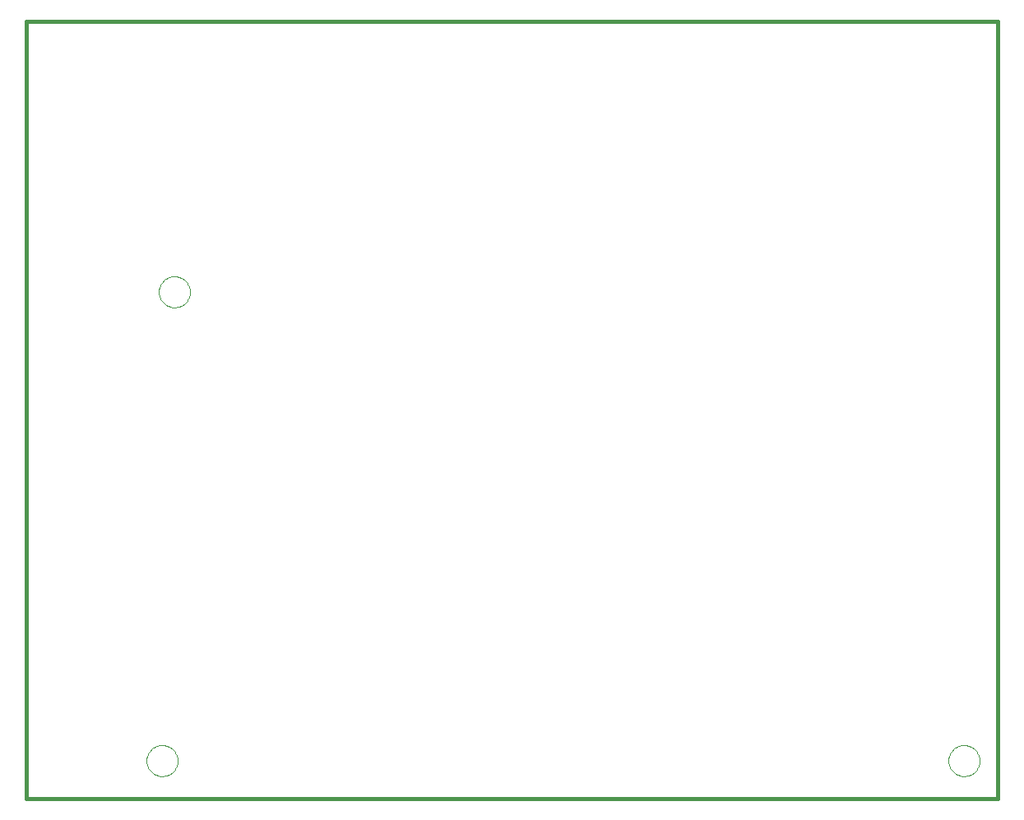
<source format=gbp>
G75*
G70*
%OFA0B0*%
%FSLAX24Y24*%
%IPPOS*%
%LPD*%
%AMOC8*
5,1,8,0,0,1.08239X$1,22.5*
%
%ADD10C,0.0160*%
%ADD11C,0.0000*%
D10*
X001915Y000695D02*
X001915Y032191D01*
X041285Y032191D01*
X041285Y000695D01*
X001915Y000695D01*
D11*
X006785Y002227D02*
X006787Y002277D01*
X006793Y002327D01*
X006803Y002376D01*
X006817Y002424D01*
X006834Y002471D01*
X006855Y002516D01*
X006880Y002560D01*
X006908Y002601D01*
X006940Y002640D01*
X006974Y002677D01*
X007011Y002711D01*
X007051Y002741D01*
X007093Y002768D01*
X007137Y002792D01*
X007183Y002813D01*
X007230Y002829D01*
X007278Y002842D01*
X007328Y002851D01*
X007377Y002856D01*
X007428Y002857D01*
X007478Y002854D01*
X007527Y002847D01*
X007576Y002836D01*
X007624Y002821D01*
X007670Y002803D01*
X007715Y002781D01*
X007758Y002755D01*
X007799Y002726D01*
X007838Y002694D01*
X007874Y002659D01*
X007906Y002621D01*
X007936Y002581D01*
X007963Y002538D01*
X007986Y002494D01*
X008005Y002448D01*
X008021Y002400D01*
X008033Y002351D01*
X008041Y002302D01*
X008045Y002252D01*
X008045Y002202D01*
X008041Y002152D01*
X008033Y002103D01*
X008021Y002054D01*
X008005Y002006D01*
X007986Y001960D01*
X007963Y001916D01*
X007936Y001873D01*
X007906Y001833D01*
X007874Y001795D01*
X007838Y001760D01*
X007799Y001728D01*
X007758Y001699D01*
X007715Y001673D01*
X007670Y001651D01*
X007624Y001633D01*
X007576Y001618D01*
X007527Y001607D01*
X007478Y001600D01*
X007428Y001597D01*
X007377Y001598D01*
X007328Y001603D01*
X007278Y001612D01*
X007230Y001625D01*
X007183Y001641D01*
X007137Y001662D01*
X007093Y001686D01*
X007051Y001713D01*
X007011Y001743D01*
X006974Y001777D01*
X006940Y001814D01*
X006908Y001853D01*
X006880Y001894D01*
X006855Y001938D01*
X006834Y001983D01*
X006817Y002030D01*
X006803Y002078D01*
X006793Y002127D01*
X006787Y002177D01*
X006785Y002227D01*
X007285Y021227D02*
X007287Y021277D01*
X007293Y021327D01*
X007303Y021376D01*
X007317Y021424D01*
X007334Y021471D01*
X007355Y021516D01*
X007380Y021560D01*
X007408Y021601D01*
X007440Y021640D01*
X007474Y021677D01*
X007511Y021711D01*
X007551Y021741D01*
X007593Y021768D01*
X007637Y021792D01*
X007683Y021813D01*
X007730Y021829D01*
X007778Y021842D01*
X007828Y021851D01*
X007877Y021856D01*
X007928Y021857D01*
X007978Y021854D01*
X008027Y021847D01*
X008076Y021836D01*
X008124Y021821D01*
X008170Y021803D01*
X008215Y021781D01*
X008258Y021755D01*
X008299Y021726D01*
X008338Y021694D01*
X008374Y021659D01*
X008406Y021621D01*
X008436Y021581D01*
X008463Y021538D01*
X008486Y021494D01*
X008505Y021448D01*
X008521Y021400D01*
X008533Y021351D01*
X008541Y021302D01*
X008545Y021252D01*
X008545Y021202D01*
X008541Y021152D01*
X008533Y021103D01*
X008521Y021054D01*
X008505Y021006D01*
X008486Y020960D01*
X008463Y020916D01*
X008436Y020873D01*
X008406Y020833D01*
X008374Y020795D01*
X008338Y020760D01*
X008299Y020728D01*
X008258Y020699D01*
X008215Y020673D01*
X008170Y020651D01*
X008124Y020633D01*
X008076Y020618D01*
X008027Y020607D01*
X007978Y020600D01*
X007928Y020597D01*
X007877Y020598D01*
X007828Y020603D01*
X007778Y020612D01*
X007730Y020625D01*
X007683Y020641D01*
X007637Y020662D01*
X007593Y020686D01*
X007551Y020713D01*
X007511Y020743D01*
X007474Y020777D01*
X007440Y020814D01*
X007408Y020853D01*
X007380Y020894D01*
X007355Y020938D01*
X007334Y020983D01*
X007317Y021030D01*
X007303Y021078D01*
X007293Y021127D01*
X007287Y021177D01*
X007285Y021227D01*
X039285Y002227D02*
X039287Y002277D01*
X039293Y002327D01*
X039303Y002376D01*
X039317Y002424D01*
X039334Y002471D01*
X039355Y002516D01*
X039380Y002560D01*
X039408Y002601D01*
X039440Y002640D01*
X039474Y002677D01*
X039511Y002711D01*
X039551Y002741D01*
X039593Y002768D01*
X039637Y002792D01*
X039683Y002813D01*
X039730Y002829D01*
X039778Y002842D01*
X039828Y002851D01*
X039877Y002856D01*
X039928Y002857D01*
X039978Y002854D01*
X040027Y002847D01*
X040076Y002836D01*
X040124Y002821D01*
X040170Y002803D01*
X040215Y002781D01*
X040258Y002755D01*
X040299Y002726D01*
X040338Y002694D01*
X040374Y002659D01*
X040406Y002621D01*
X040436Y002581D01*
X040463Y002538D01*
X040486Y002494D01*
X040505Y002448D01*
X040521Y002400D01*
X040533Y002351D01*
X040541Y002302D01*
X040545Y002252D01*
X040545Y002202D01*
X040541Y002152D01*
X040533Y002103D01*
X040521Y002054D01*
X040505Y002006D01*
X040486Y001960D01*
X040463Y001916D01*
X040436Y001873D01*
X040406Y001833D01*
X040374Y001795D01*
X040338Y001760D01*
X040299Y001728D01*
X040258Y001699D01*
X040215Y001673D01*
X040170Y001651D01*
X040124Y001633D01*
X040076Y001618D01*
X040027Y001607D01*
X039978Y001600D01*
X039928Y001597D01*
X039877Y001598D01*
X039828Y001603D01*
X039778Y001612D01*
X039730Y001625D01*
X039683Y001641D01*
X039637Y001662D01*
X039593Y001686D01*
X039551Y001713D01*
X039511Y001743D01*
X039474Y001777D01*
X039440Y001814D01*
X039408Y001853D01*
X039380Y001894D01*
X039355Y001938D01*
X039334Y001983D01*
X039317Y002030D01*
X039303Y002078D01*
X039293Y002127D01*
X039287Y002177D01*
X039285Y002227D01*
M02*

</source>
